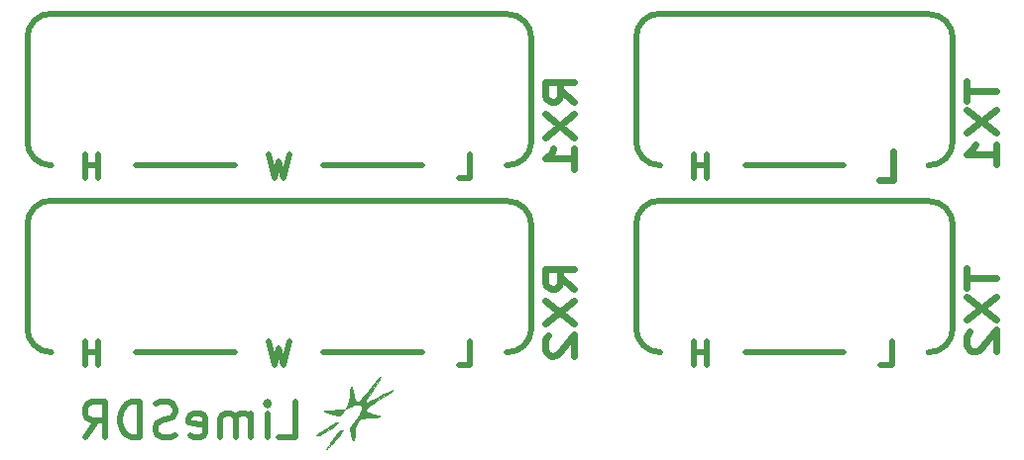
<source format=gbo>
G04 #@! TF.FileFunction,Legend,Bot*
%FSLAX46Y46*%
G04 Gerber Fmt 4.6, Leading zero omitted, Abs format (unit mm)*
G04 Created by KiCad (PCBNEW no-bzr-kicad_new3d-viewer) date 06/27/16 23:32:51*
%MOMM*%
%LPD*%
G01*
G04 APERTURE LIST*
%ADD10C,0.100000*%
%ADD11C,0.600000*%
%ADD12C,0.500000*%
%ADD13C,0.010000*%
G04 APERTURE END LIST*
D10*
D11*
X122636986Y-44980604D02*
X122636986Y-46694890D01*
X125136986Y-45837747D02*
X122636986Y-45837747D01*
X122636986Y-47409175D02*
X125136986Y-49409175D01*
X122636986Y-49409175D02*
X125136986Y-47409175D01*
X125136986Y-52123461D02*
X125136986Y-50409175D01*
X125136986Y-51266318D02*
X122636986Y-51266318D01*
X122994129Y-50980604D01*
X123232224Y-50694890D01*
X123351272Y-50409175D01*
X89136986Y-46766318D02*
X87946510Y-45766318D01*
X89136986Y-45052032D02*
X86636986Y-45052032D01*
X86636986Y-46194890D01*
X86756034Y-46480604D01*
X86875081Y-46623461D01*
X87113176Y-46766318D01*
X87470319Y-46766318D01*
X87708414Y-46623461D01*
X87827462Y-46480604D01*
X87946510Y-46194890D01*
X87946510Y-45052032D01*
X86636986Y-47766318D02*
X89136986Y-49766318D01*
X86636986Y-49766318D02*
X89136986Y-47766318D01*
X89136986Y-52480604D02*
X89136986Y-50766318D01*
X89136986Y-51623461D02*
X86636986Y-51623461D01*
X86994129Y-51337747D01*
X87232224Y-51052032D01*
X87351272Y-50766318D01*
X122636986Y-60980604D02*
X122636986Y-62694890D01*
X125136986Y-61837747D02*
X122636986Y-61837747D01*
X122636986Y-63409175D02*
X125136986Y-65409175D01*
X122636986Y-65409175D02*
X125136986Y-63409175D01*
X122875081Y-66409175D02*
X122756034Y-66552032D01*
X122636986Y-66837747D01*
X122636986Y-67552032D01*
X122756034Y-67837747D01*
X122875081Y-67980604D01*
X123113176Y-68123461D01*
X123351272Y-68123461D01*
X123708414Y-67980604D01*
X125136986Y-66266318D01*
X125136986Y-68123461D01*
X89136986Y-62766318D02*
X87946510Y-61766318D01*
X89136986Y-61052032D02*
X86636986Y-61052032D01*
X86636986Y-62194890D01*
X86756034Y-62480604D01*
X86875081Y-62623461D01*
X87113176Y-62766318D01*
X87470319Y-62766318D01*
X87708414Y-62623461D01*
X87827462Y-62480604D01*
X87946510Y-62194890D01*
X87946510Y-61052032D01*
X86636986Y-63766318D02*
X89136986Y-65766318D01*
X86636986Y-65766318D02*
X89136986Y-63766318D01*
X86875081Y-66766318D02*
X86756034Y-66909175D01*
X86636986Y-67194890D01*
X86636986Y-67909175D01*
X86756034Y-68194890D01*
X86875081Y-68337747D01*
X87113176Y-68480604D01*
X87351272Y-68480604D01*
X87708414Y-68337747D01*
X89136986Y-66623461D01*
X89136986Y-68480604D01*
D12*
X85456034Y-66094890D02*
X85456034Y-57344890D01*
X85456034Y-50094890D02*
X85456034Y-41344890D01*
X85456644Y-50144280D02*
G75*
G02X83356034Y-52194280I-2050610J0D01*
G01*
X83406034Y-39244280D02*
G75*
G02X85456034Y-41344890I0J-2050610D01*
G01*
X85456644Y-66144280D02*
G75*
G02X83356034Y-68194280I-2050610J0D01*
G01*
X83406034Y-55244280D02*
G75*
G02X85456034Y-57344890I0J-2050610D01*
G01*
X96456034Y-68194890D02*
G75*
G02X94406034Y-66094280I0J2050610D01*
G01*
X94406034Y-66094890D02*
X94406034Y-57244890D01*
X94405424Y-57244890D02*
G75*
G02X96506034Y-55194890I2050610J0D01*
G01*
X119406034Y-55244890D02*
X96506034Y-55194890D01*
X119406034Y-55244280D02*
G75*
G02X121456034Y-57344890I0J-2050610D01*
G01*
X121456034Y-66094890D02*
X121456034Y-57344890D01*
X121456644Y-66144280D02*
G75*
G02X119356034Y-68194280I-2050610J0D01*
G01*
X112156034Y-68194890D02*
X103706034Y-68194890D01*
X94405424Y-41244890D02*
G75*
G02X96506034Y-39194890I2050610J0D01*
G01*
X94406034Y-50094890D02*
X94406034Y-41244890D01*
X96456034Y-52194890D02*
G75*
G02X94406034Y-50094280I0J2050610D01*
G01*
X112156034Y-52194890D02*
X103706034Y-52194890D01*
X119406034Y-39244890D02*
X96506034Y-39194890D01*
X119406034Y-39244280D02*
G75*
G02X121456034Y-41344890I0J-2050610D01*
G01*
X121456034Y-50094890D02*
X121456034Y-41344890D01*
X121456644Y-50144280D02*
G75*
G02X119356034Y-52194280I-2050610J0D01*
G01*
X76156034Y-68194890D02*
X67706034Y-68194890D01*
X60156034Y-68194890D02*
X51706034Y-68194890D01*
X42406034Y-66094890D02*
X42406034Y-57244890D01*
X44456034Y-68194890D02*
G75*
G02X42406034Y-66094280I0J2050610D01*
G01*
X42405424Y-57244890D02*
G75*
G02X44506034Y-55194890I2050610J0D01*
G01*
X83406034Y-55244890D02*
X44506034Y-55194890D01*
X44456034Y-52194890D02*
G75*
G02X42406034Y-50094280I0J2050610D01*
G01*
X42405424Y-41244890D02*
G75*
G02X44506034Y-39194890I2050610J0D01*
G01*
X42406034Y-50094890D02*
X42406034Y-41244890D01*
X60156034Y-52194890D02*
X51706034Y-52194890D01*
X76156034Y-52194890D02*
X67706034Y-52194890D01*
X83406034Y-39244890D02*
X44506034Y-39194890D01*
X115286986Y-69249651D02*
X116239367Y-69249651D01*
X116239367Y-67249651D01*
X100477462Y-69249651D02*
X100477462Y-67249651D01*
X100477462Y-68202032D02*
X99334605Y-68202032D01*
X99334605Y-69249651D02*
X99334605Y-67249651D01*
D11*
X115132224Y-53475842D02*
X116322700Y-53475842D01*
X116322700Y-50975842D01*
D12*
X100477462Y-53249651D02*
X100477462Y-51249651D01*
X100477462Y-52202032D02*
X99334605Y-52202032D01*
X99334605Y-53249651D02*
X99334605Y-51249651D01*
X48477462Y-69249651D02*
X48477462Y-67249651D01*
X48477462Y-68202032D02*
X47334605Y-68202032D01*
X47334605Y-69249651D02*
X47334605Y-67249651D01*
X64763176Y-67249651D02*
X64286986Y-69249651D01*
X63906034Y-67821080D01*
X63525081Y-69249651D01*
X63048891Y-67249651D01*
X79286986Y-69249651D02*
X80239367Y-69249651D01*
X80239367Y-67249651D01*
X48477462Y-53249651D02*
X48477462Y-51249651D01*
X48477462Y-52202032D02*
X47334605Y-52202032D01*
X47334605Y-53249651D02*
X47334605Y-51249651D01*
X64763176Y-51249651D02*
X64286986Y-53249651D01*
X63906034Y-51821080D01*
X63525081Y-53249651D01*
X63048891Y-51249651D01*
X79286986Y-53249651D02*
X80239367Y-53249651D01*
X80239367Y-51249651D01*
X63906034Y-75452032D02*
X65334605Y-75452032D01*
X65334605Y-72452032D01*
X62906034Y-75452032D02*
X62906034Y-73452032D01*
X62906034Y-72452032D02*
X63048891Y-72594890D01*
X62906034Y-72737747D01*
X62763176Y-72594890D01*
X62906034Y-72452032D01*
X62906034Y-72737747D01*
X61477462Y-75452032D02*
X61477462Y-73452032D01*
X61477462Y-73737747D02*
X61334605Y-73594890D01*
X61048891Y-73452032D01*
X60620319Y-73452032D01*
X60334605Y-73594890D01*
X60191748Y-73880604D01*
X60191748Y-75452032D01*
X60191748Y-73880604D02*
X60048891Y-73594890D01*
X59763176Y-73452032D01*
X59334605Y-73452032D01*
X59048891Y-73594890D01*
X58906034Y-73880604D01*
X58906034Y-75452032D01*
X56334605Y-75309175D02*
X56620319Y-75452032D01*
X57191748Y-75452032D01*
X57477462Y-75309175D01*
X57620319Y-75023461D01*
X57620319Y-73880604D01*
X57477462Y-73594890D01*
X57191748Y-73452032D01*
X56620319Y-73452032D01*
X56334605Y-73594890D01*
X56191748Y-73880604D01*
X56191748Y-74166318D01*
X57620319Y-74452032D01*
X55048891Y-75309175D02*
X54620319Y-75452032D01*
X53906034Y-75452032D01*
X53620319Y-75309175D01*
X53477462Y-75166318D01*
X53334605Y-74880604D01*
X53334605Y-74594890D01*
X53477462Y-74309175D01*
X53620319Y-74166318D01*
X53906034Y-74023461D01*
X54477462Y-73880604D01*
X54763176Y-73737747D01*
X54906034Y-73594890D01*
X55048891Y-73309175D01*
X55048891Y-73023461D01*
X54906034Y-72737747D01*
X54763176Y-72594890D01*
X54477462Y-72452032D01*
X53763176Y-72452032D01*
X53334605Y-72594890D01*
X52048891Y-75452032D02*
X52048891Y-72452032D01*
X51334605Y-72452032D01*
X50906034Y-72594890D01*
X50620319Y-72880604D01*
X50477462Y-73166318D01*
X50334605Y-73737747D01*
X50334605Y-74166318D01*
X50477462Y-74737747D01*
X50620319Y-75023461D01*
X50906034Y-75309175D01*
X51334605Y-75452032D01*
X52048891Y-75452032D01*
X47334605Y-75452032D02*
X48334605Y-74023461D01*
X49048891Y-75452032D02*
X49048891Y-72452032D01*
X47906034Y-72452032D01*
X47620319Y-72594890D01*
X47477462Y-72737747D01*
X47334605Y-73023461D01*
X47334605Y-73452032D01*
X47477462Y-73737747D01*
X47620319Y-73880604D01*
X47906034Y-74023461D01*
X49048891Y-74023461D01*
D13*
G36*
X69160077Y-74853087D02*
X69123515Y-74864551D01*
X69082903Y-74891803D01*
X69032466Y-74941508D01*
X68966433Y-75020331D01*
X68879031Y-75134937D01*
X68764488Y-75291991D01*
X68617029Y-75498158D01*
X68522653Y-75630890D01*
X68374540Y-75840289D01*
X68241231Y-76030499D01*
X68128268Y-76193475D01*
X68041187Y-76321172D01*
X67985529Y-76405545D01*
X67966804Y-76438247D01*
X67983007Y-76465912D01*
X68038893Y-76435535D01*
X68135244Y-76346576D01*
X68204842Y-76273482D01*
X68379056Y-76084371D01*
X68518303Y-75930668D01*
X68637526Y-75795097D01*
X68751665Y-75660378D01*
X68875659Y-75509234D01*
X69010802Y-75341421D01*
X69127713Y-75192153D01*
X69225023Y-75061399D01*
X69295004Y-74960065D01*
X69329927Y-74899059D01*
X69332211Y-74887849D01*
X69291343Y-74862665D01*
X69208243Y-74850869D01*
X69198360Y-74850747D01*
X69160077Y-74853087D01*
X69160077Y-74853087D01*
G37*
X69160077Y-74853087D02*
X69123515Y-74864551D01*
X69082903Y-74891803D01*
X69032466Y-74941508D01*
X68966433Y-75020331D01*
X68879031Y-75134937D01*
X68764488Y-75291991D01*
X68617029Y-75498158D01*
X68522653Y-75630890D01*
X68374540Y-75840289D01*
X68241231Y-76030499D01*
X68128268Y-76193475D01*
X68041187Y-76321172D01*
X67985529Y-76405545D01*
X67966804Y-76438247D01*
X67983007Y-76465912D01*
X68038893Y-76435535D01*
X68135244Y-76346576D01*
X68204842Y-76273482D01*
X68379056Y-76084371D01*
X68518303Y-75930668D01*
X68637526Y-75795097D01*
X68751665Y-75660378D01*
X68875659Y-75509234D01*
X69010802Y-75341421D01*
X69127713Y-75192153D01*
X69225023Y-75061399D01*
X69295004Y-74960065D01*
X69329927Y-74899059D01*
X69332211Y-74887849D01*
X69291343Y-74862665D01*
X69208243Y-74850869D01*
X69198360Y-74850747D01*
X69160077Y-74853087D01*
G36*
X72520862Y-70315196D02*
X72448650Y-70381971D01*
X72340089Y-70502369D01*
X72279888Y-70573031D01*
X72176823Y-70695085D01*
X72088832Y-70798701D01*
X72028062Y-70869603D01*
X72009694Y-70890531D01*
X71975559Y-70930666D01*
X71903351Y-71017302D01*
X71801025Y-71140836D01*
X71676539Y-71291662D01*
X71539609Y-71458033D01*
X71383940Y-71645109D01*
X71225453Y-71831513D01*
X71077018Y-72002390D01*
X70951504Y-72142884D01*
X70879520Y-72220033D01*
X70771072Y-72331111D01*
X70698947Y-72397511D01*
X70649249Y-72426943D01*
X70608080Y-72427115D01*
X70561544Y-72405737D01*
X70553137Y-72401090D01*
X70455705Y-72323599D01*
X70378355Y-72205120D01*
X70315528Y-72034646D01*
X70268961Y-71838508D01*
X70221843Y-71604756D01*
X70185996Y-71432746D01*
X70158632Y-71313022D01*
X70136965Y-71236128D01*
X70118206Y-71192610D01*
X70099568Y-71173013D01*
X70078265Y-71167880D01*
X70071227Y-71167747D01*
X70042977Y-71179846D01*
X70020454Y-71223752D01*
X70000655Y-71310878D01*
X69980577Y-71452636D01*
X69968165Y-71559490D01*
X69949845Y-71737368D01*
X69935265Y-71903847D01*
X69926286Y-72036231D01*
X69924328Y-72094705D01*
X69906538Y-72253349D01*
X69859457Y-72445036D01*
X69791755Y-72640952D01*
X69712100Y-72812288D01*
X69704228Y-72826235D01*
X69654914Y-72930225D01*
X69644756Y-72995262D01*
X69672091Y-73012947D01*
X69733883Y-72976046D01*
X69772356Y-72947945D01*
X69832374Y-72912856D01*
X69924291Y-72865517D01*
X70058458Y-72800666D01*
X70245229Y-72713043D01*
X70316654Y-72679864D01*
X70400269Y-72657435D01*
X70522582Y-72642528D01*
X70600946Y-72639201D01*
X70724143Y-72642968D01*
X70802328Y-72663372D01*
X70862688Y-72709709D01*
X70887638Y-72737248D01*
X70954651Y-72842564D01*
X70996112Y-72956900D01*
X70996379Y-72958297D01*
X70989800Y-73096197D01*
X70927260Y-73277931D01*
X70809568Y-73502131D01*
X70637534Y-73767426D01*
X70411970Y-74072447D01*
X70135184Y-74414040D01*
X70023823Y-74555871D01*
X69959013Y-74659941D01*
X69944152Y-74720750D01*
X69944746Y-74722468D01*
X69963674Y-74789548D01*
X69987089Y-74897304D01*
X69998779Y-74959605D01*
X70017033Y-75054970D01*
X70039556Y-75153478D01*
X70070806Y-75272163D01*
X70115237Y-75428057D01*
X70169027Y-75610383D01*
X70210592Y-75699640D01*
X70259705Y-75733577D01*
X70305017Y-75704410D01*
X70305353Y-75703871D01*
X70316435Y-75654932D01*
X70330055Y-75547745D01*
X70344723Y-75396522D01*
X70358951Y-75215474D01*
X70363493Y-75148598D01*
X70388203Y-74850182D01*
X70420981Y-74612848D01*
X70464849Y-74425280D01*
X70522828Y-74276165D01*
X70597940Y-74154187D01*
X70643904Y-74098688D01*
X70725710Y-74013197D01*
X70805718Y-73945462D01*
X70893955Y-73892859D01*
X71000448Y-73852765D01*
X71135224Y-73822556D01*
X71308310Y-73799608D01*
X71529733Y-73781298D01*
X71809519Y-73765003D01*
X71945138Y-73758212D01*
X72133480Y-73747370D01*
X72297250Y-73734819D01*
X72422077Y-73721893D01*
X72493589Y-73709929D01*
X72503143Y-73706355D01*
X72530601Y-73664422D01*
X72501272Y-73623923D01*
X72429567Y-73600349D01*
X72403174Y-73598890D01*
X72271722Y-73585526D01*
X72104152Y-73549617D01*
X71919457Y-73497435D01*
X71736631Y-73435253D01*
X71574667Y-73369344D01*
X71452557Y-73305981D01*
X71402965Y-73268546D01*
X71338933Y-73198288D01*
X71321269Y-73146916D01*
X71342617Y-73084524D01*
X71352770Y-73064509D01*
X71430166Y-72959903D01*
X71568774Y-72828052D01*
X71769965Y-72667796D01*
X72035112Y-72477978D01*
X72101807Y-72432378D01*
X72274598Y-72316980D01*
X72475750Y-72185664D01*
X72689946Y-72048133D01*
X72901870Y-71914089D01*
X73096206Y-71793237D01*
X73257637Y-71695278D01*
X73352079Y-71640319D01*
X73488767Y-71561336D01*
X73572238Y-71506285D01*
X73614045Y-71466364D01*
X73625742Y-71432774D01*
X73625748Y-71431878D01*
X73596309Y-71433471D01*
X73507567Y-71467713D01*
X73358891Y-71534915D01*
X73149648Y-71635384D01*
X72879205Y-71769429D01*
X72546930Y-71937361D01*
X72152189Y-72139487D01*
X71727323Y-72359016D01*
X71567750Y-72438295D01*
X71458458Y-72483222D01*
X71388044Y-72497672D01*
X71348482Y-72487823D01*
X71292846Y-72439488D01*
X71277892Y-72415463D01*
X71282557Y-72390824D01*
X71306503Y-72339357D01*
X71352143Y-72257206D01*
X71421893Y-72140516D01*
X71518168Y-71985433D01*
X71643381Y-71788100D01*
X71799949Y-71544662D01*
X71990286Y-71251265D01*
X72216806Y-70904054D01*
X72397809Y-70627505D01*
X72476472Y-70504111D01*
X72536929Y-70402937D01*
X72569973Y-70339671D01*
X72573463Y-70328148D01*
X72561030Y-70298453D01*
X72520862Y-70315196D01*
X72520862Y-70315196D01*
G37*
X72520862Y-70315196D02*
X72448650Y-70381971D01*
X72340089Y-70502369D01*
X72279888Y-70573031D01*
X72176823Y-70695085D01*
X72088832Y-70798701D01*
X72028062Y-70869603D01*
X72009694Y-70890531D01*
X71975559Y-70930666D01*
X71903351Y-71017302D01*
X71801025Y-71140836D01*
X71676539Y-71291662D01*
X71539609Y-71458033D01*
X71383940Y-71645109D01*
X71225453Y-71831513D01*
X71077018Y-72002390D01*
X70951504Y-72142884D01*
X70879520Y-72220033D01*
X70771072Y-72331111D01*
X70698947Y-72397511D01*
X70649249Y-72426943D01*
X70608080Y-72427115D01*
X70561544Y-72405737D01*
X70553137Y-72401090D01*
X70455705Y-72323599D01*
X70378355Y-72205120D01*
X70315528Y-72034646D01*
X70268961Y-71838508D01*
X70221843Y-71604756D01*
X70185996Y-71432746D01*
X70158632Y-71313022D01*
X70136965Y-71236128D01*
X70118206Y-71192610D01*
X70099568Y-71173013D01*
X70078265Y-71167880D01*
X70071227Y-71167747D01*
X70042977Y-71179846D01*
X70020454Y-71223752D01*
X70000655Y-71310878D01*
X69980577Y-71452636D01*
X69968165Y-71559490D01*
X69949845Y-71737368D01*
X69935265Y-71903847D01*
X69926286Y-72036231D01*
X69924328Y-72094705D01*
X69906538Y-72253349D01*
X69859457Y-72445036D01*
X69791755Y-72640952D01*
X69712100Y-72812288D01*
X69704228Y-72826235D01*
X69654914Y-72930225D01*
X69644756Y-72995262D01*
X69672091Y-73012947D01*
X69733883Y-72976046D01*
X69772356Y-72947945D01*
X69832374Y-72912856D01*
X69924291Y-72865517D01*
X70058458Y-72800666D01*
X70245229Y-72713043D01*
X70316654Y-72679864D01*
X70400269Y-72657435D01*
X70522582Y-72642528D01*
X70600946Y-72639201D01*
X70724143Y-72642968D01*
X70802328Y-72663372D01*
X70862688Y-72709709D01*
X70887638Y-72737248D01*
X70954651Y-72842564D01*
X70996112Y-72956900D01*
X70996379Y-72958297D01*
X70989800Y-73096197D01*
X70927260Y-73277931D01*
X70809568Y-73502131D01*
X70637534Y-73767426D01*
X70411970Y-74072447D01*
X70135184Y-74414040D01*
X70023823Y-74555871D01*
X69959013Y-74659941D01*
X69944152Y-74720750D01*
X69944746Y-74722468D01*
X69963674Y-74789548D01*
X69987089Y-74897304D01*
X69998779Y-74959605D01*
X70017033Y-75054970D01*
X70039556Y-75153478D01*
X70070806Y-75272163D01*
X70115237Y-75428057D01*
X70169027Y-75610383D01*
X70210592Y-75699640D01*
X70259705Y-75733577D01*
X70305017Y-75704410D01*
X70305353Y-75703871D01*
X70316435Y-75654932D01*
X70330055Y-75547745D01*
X70344723Y-75396522D01*
X70358951Y-75215474D01*
X70363493Y-75148598D01*
X70388203Y-74850182D01*
X70420981Y-74612848D01*
X70464849Y-74425280D01*
X70522828Y-74276165D01*
X70597940Y-74154187D01*
X70643904Y-74098688D01*
X70725710Y-74013197D01*
X70805718Y-73945462D01*
X70893955Y-73892859D01*
X71000448Y-73852765D01*
X71135224Y-73822556D01*
X71308310Y-73799608D01*
X71529733Y-73781298D01*
X71809519Y-73765003D01*
X71945138Y-73758212D01*
X72133480Y-73747370D01*
X72297250Y-73734819D01*
X72422077Y-73721893D01*
X72493589Y-73709929D01*
X72503143Y-73706355D01*
X72530601Y-73664422D01*
X72501272Y-73623923D01*
X72429567Y-73600349D01*
X72403174Y-73598890D01*
X72271722Y-73585526D01*
X72104152Y-73549617D01*
X71919457Y-73497435D01*
X71736631Y-73435253D01*
X71574667Y-73369344D01*
X71452557Y-73305981D01*
X71402965Y-73268546D01*
X71338933Y-73198288D01*
X71321269Y-73146916D01*
X71342617Y-73084524D01*
X71352770Y-73064509D01*
X71430166Y-72959903D01*
X71568774Y-72828052D01*
X71769965Y-72667796D01*
X72035112Y-72477978D01*
X72101807Y-72432378D01*
X72274598Y-72316980D01*
X72475750Y-72185664D01*
X72689946Y-72048133D01*
X72901870Y-71914089D01*
X73096206Y-71793237D01*
X73257637Y-71695278D01*
X73352079Y-71640319D01*
X73488767Y-71561336D01*
X73572238Y-71506285D01*
X73614045Y-71466364D01*
X73625742Y-71432774D01*
X73625748Y-71431878D01*
X73596309Y-71433471D01*
X73507567Y-71467713D01*
X73358891Y-71534915D01*
X73149648Y-71635384D01*
X72879205Y-71769429D01*
X72546930Y-71937361D01*
X72152189Y-72139487D01*
X71727323Y-72359016D01*
X71567750Y-72438295D01*
X71458458Y-72483222D01*
X71388044Y-72497672D01*
X71348482Y-72487823D01*
X71292846Y-72439488D01*
X71277892Y-72415463D01*
X71282557Y-72390824D01*
X71306503Y-72339357D01*
X71352143Y-72257206D01*
X71421893Y-72140516D01*
X71518168Y-71985433D01*
X71643381Y-71788100D01*
X71799949Y-71544662D01*
X71990286Y-71251265D01*
X72216806Y-70904054D01*
X72397809Y-70627505D01*
X72476472Y-70504111D01*
X72536929Y-70402937D01*
X72569973Y-70339671D01*
X72573463Y-70328148D01*
X72561030Y-70298453D01*
X72520862Y-70315196D01*
G36*
X68855249Y-74188349D02*
X68747316Y-74232475D01*
X68582658Y-74316285D01*
X68554688Y-74331320D01*
X68386120Y-74426221D01*
X68197167Y-74538966D01*
X67997385Y-74663150D01*
X67796332Y-74792370D01*
X67603565Y-74920221D01*
X67428640Y-75040299D01*
X67281115Y-75146198D01*
X67170547Y-75231514D01*
X67106492Y-75289842D01*
X67094320Y-75309978D01*
X67104314Y-75331555D01*
X67139725Y-75332535D01*
X67208696Y-75309801D01*
X67319369Y-75260238D01*
X67479886Y-75180728D01*
X67620463Y-75108587D01*
X67942051Y-74939592D01*
X68204403Y-74795343D01*
X68414627Y-74671187D01*
X68579836Y-74562469D01*
X68707140Y-74464534D01*
X68803650Y-74372726D01*
X68871257Y-74289811D01*
X68913965Y-74217444D01*
X68909714Y-74183481D01*
X68855249Y-74188349D01*
X68855249Y-74188349D01*
G37*
X68855249Y-74188349D02*
X68747316Y-74232475D01*
X68582658Y-74316285D01*
X68554688Y-74331320D01*
X68386120Y-74426221D01*
X68197167Y-74538966D01*
X67997385Y-74663150D01*
X67796332Y-74792370D01*
X67603565Y-74920221D01*
X67428640Y-75040299D01*
X67281115Y-75146198D01*
X67170547Y-75231514D01*
X67106492Y-75289842D01*
X67094320Y-75309978D01*
X67104314Y-75331555D01*
X67139725Y-75332535D01*
X67208696Y-75309801D01*
X67319369Y-75260238D01*
X67479886Y-75180728D01*
X67620463Y-75108587D01*
X67942051Y-74939592D01*
X68204403Y-74795343D01*
X68414627Y-74671187D01*
X68579836Y-74562469D01*
X68707140Y-74464534D01*
X68803650Y-74372726D01*
X68871257Y-74289811D01*
X68913965Y-74217444D01*
X68909714Y-74183481D01*
X68855249Y-74188349D01*
G36*
X69465907Y-73068508D02*
X69393488Y-73079188D01*
X69264505Y-73092409D01*
X69094858Y-73106758D01*
X68900446Y-73120820D01*
X68817891Y-73126137D01*
X68487784Y-73147498D01*
X68224788Y-73166623D01*
X68023499Y-73184074D01*
X67878510Y-73200409D01*
X67784416Y-73216191D01*
X67735811Y-73231981D01*
X67727312Y-73239281D01*
X67743740Y-73267892D01*
X67809479Y-73292894D01*
X67919351Y-73320428D01*
X68062234Y-73360151D01*
X68218808Y-73406200D01*
X68369757Y-73452717D01*
X68495762Y-73493840D01*
X68577506Y-73523709D01*
X68591584Y-73530155D01*
X68661264Y-73552032D01*
X68775179Y-73573734D01*
X68874625Y-73586714D01*
X69093687Y-73609610D01*
X69287657Y-73409347D01*
X69388113Y-73300907D01*
X69472108Y-73201734D01*
X69522928Y-73131669D01*
X69525632Y-73126860D01*
X69550942Y-73070357D01*
X69530434Y-73056299D01*
X69465907Y-73068508D01*
X69465907Y-73068508D01*
G37*
X69465907Y-73068508D02*
X69393488Y-73079188D01*
X69264505Y-73092409D01*
X69094858Y-73106758D01*
X68900446Y-73120820D01*
X68817891Y-73126137D01*
X68487784Y-73147498D01*
X68224788Y-73166623D01*
X68023499Y-73184074D01*
X67878510Y-73200409D01*
X67784416Y-73216191D01*
X67735811Y-73231981D01*
X67727312Y-73239281D01*
X67743740Y-73267892D01*
X67809479Y-73292894D01*
X67919351Y-73320428D01*
X68062234Y-73360151D01*
X68218808Y-73406200D01*
X68369757Y-73452717D01*
X68495762Y-73493840D01*
X68577506Y-73523709D01*
X68591584Y-73530155D01*
X68661264Y-73552032D01*
X68775179Y-73573734D01*
X68874625Y-73586714D01*
X69093687Y-73609610D01*
X69287657Y-73409347D01*
X69388113Y-73300907D01*
X69472108Y-73201734D01*
X69522928Y-73131669D01*
X69525632Y-73126860D01*
X69550942Y-73070357D01*
X69530434Y-73056299D01*
X69465907Y-73068508D01*
M02*

</source>
